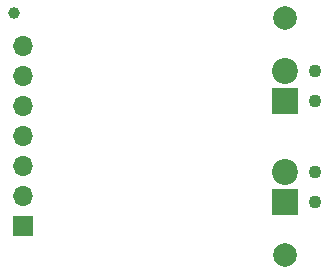
<source format=gbr>
%TF.GenerationSoftware,KiCad,Pcbnew,(5.1.10)-1*%
%TF.CreationDate,2021-10-14T08:55:52-04:00*%
%TF.ProjectId,TP_Final,54505f46-696e-4616-9c2e-6b696361645f,rev?*%
%TF.SameCoordinates,Original*%
%TF.FileFunction,Soldermask,Bot*%
%TF.FilePolarity,Negative*%
%FSLAX46Y46*%
G04 Gerber Fmt 4.6, Leading zero omitted, Abs format (unit mm)*
G04 Created by KiCad (PCBNEW (5.1.10)-1) date 2021-10-14 08:55:52*
%MOMM*%
%LPD*%
G01*
G04 APERTURE LIST*
%ADD10R,1.700000X1.700000*%
%ADD11O,1.700000X1.700000*%
%ADD12C,1.000000*%
%ADD13C,2.000000*%
%ADD14C,1.100000*%
%ADD15C,2.200000*%
%ADD16R,2.200000X2.200000*%
G04 APERTURE END LIST*
D10*
%TO.C,J1*%
X110250000Y-109790000D03*
D11*
X110250000Y-107250000D03*
X110250000Y-104710000D03*
X110250000Y-102170000D03*
X110250000Y-99630000D03*
X110250000Y-97090000D03*
X110250000Y-94550000D03*
%TD*%
D12*
%TO.C,FID1*%
X109500000Y-91750000D03*
%TD*%
D13*
%TO.C,H1*%
X132500000Y-92250000D03*
%TD*%
%TO.C,H2*%
X132500000Y-112250000D03*
%TD*%
D14*
%TO.C,J2*%
X135040000Y-96710000D03*
D15*
X132500000Y-96710000D03*
D14*
X135040000Y-99250000D03*
D16*
X132500000Y-99250000D03*
%TD*%
%TO.C,J3*%
X132500000Y-107790000D03*
D14*
X135040000Y-107790000D03*
D15*
X132500000Y-105250000D03*
D14*
X135040000Y-105250000D03*
%TD*%
M02*

</source>
